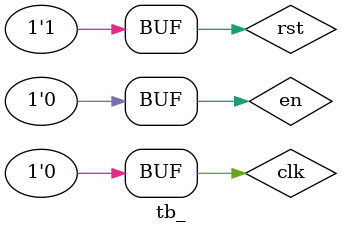
<source format=sv>

module tb_();
   
reg rst, clk, en;

reg [31:0] inp_west0, inp_west4, inp_west8, inp_west12, inp_north0, inp_north1, inp_north2, inp_north3;
wire done;
reg [63:0] d;


top uut (
        clk,
        rst,
        en,
        done,
        d,
		inp_west0, inp_west4, inp_west8, inp_west12,
		      inp_north0, inp_north1, inp_north2, inp_north3
    );


initial begin
	#3  en <= 1'b1;
	#40 en <= 1'b0;
end


initial begin
rst <= 1;
clk <= 0;
#3
rst <= 0;
#2
rst <= 1;

end

initial begin
	repeat(24)
		#5 clk <= ~clk;
end

initial begin
	$dumpfile("wave.vcd");
	$dumpvars(0, tb_);
end

endmodule


</source>
